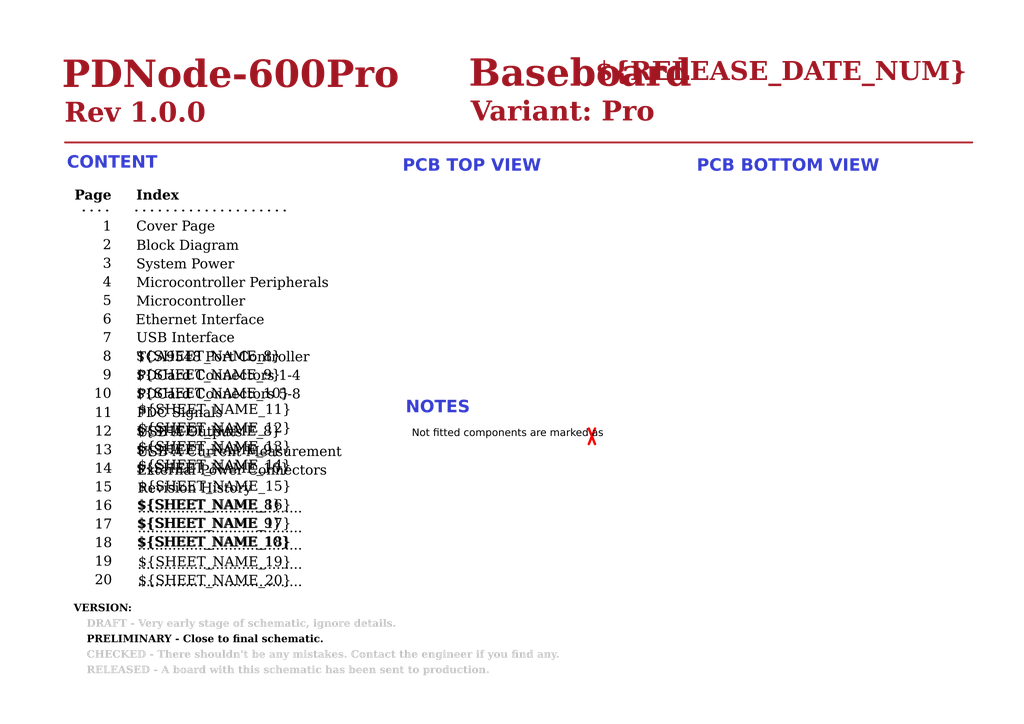
<source format=kicad_sch>
(kicad_sch (version 20250114) (generator "eeschema") (generator_version "9.0")
  (paper "A3")
  (title_block (date "2026-02-05") (rev "1.0.0") (company "DvidMakesThings"))
  (lib_symbols)
  (text "Variant: Pro" (at 193.04 53.086 0) (effects (font (size 8 8) (thickness 1) (bold yes)) (justify left bottom)))
  (text "RELEASED - A board with this schematic has been sent to production." (at 35.56 277.622 0) (effects (font (size 3 3) (thickness 0.6) (bold yes)) (justify left bottom)))
  (text "${SHEET_NAME_8}" (at 56.134 210.82 0) (effects (font (size 4 4)) (justify left bottom)))
  (text "20" (at 45.974 241.554 0) (effects (font (size 4 4)) (justify right bottom)))
  (text "13" (at 45.974 188.214 0) (effects (font (size 4 4)) (justify right bottom)))
  (text "PRELIMINARY - Close to final schematic." (at 35.56 264.922 0) (effects (font (size 3 3) (thickness 0.6) (bold yes)) (justify left bottom)))
  (text "CONTENT" (at 27.432 71.12 0) (effects (font (size 5 5) (bold yes)) (justify left bottom)))
  (text "7" (at 45.72 142.24 0) (effects (font (size 4 4)) (justify right bottom)))
  (text "${SHEET_NAME_10}" (at 55.88 195.834 0) (effects (font (size 4 4)) (justify left bottom)))
  (text "11" (at 45.974 172.974 0) (effects (font (size 4 4)) (justify right bottom)))
  (text "DRAFT - Very early stage of schematic, ignore details." (at 35.56 258.572 0) (effects (font (size 3 3) (thickness 0.6) (bold yes)) (justify left bottom)))
  (text "${SHEET_NAME_12}" (at 56.642 179.324 0) (effects (font (size 4 4)) (justify left bottom)))
  (text "${SHEET_NAME_8}" (at 55.88 149.86 0) (effects (font (size 4 4)) (justify left bottom)))
  (text "10" (at 45.72 165.1 0) (effects (font (size 4 4)) (justify right bottom)))
  (text "System Power" (at 55.88 112.014 0) (effects (font (size 4 4)) (justify left bottom)))
  (text "Revision History" (at 56.388 203.962 0) (effects (font (size 4 4)) (justify left bottom)))
  (text "${SHEET_NAME_20}" (at 56.642 241.808 0) (effects (font (size 4 4)) (justify left bottom)))
  (text "Page" (at 45.72 83.82 0) (effects (font (size 4 4) (bold yes)) (justify right bottom)))
  (text "TCA9548 Port Controller" (at 56.134 150.114 0) (effects (font (size 4 4)) (justify left bottom)))
  (text "14" (at 45.974 195.834 0) (effects (font (size 4 4)) (justify right bottom)))
  (text "${RELEASE_DATE_NUM}" (at 396.494 36.322 0) (effects (font (size 7.62 7.62) (thickness 1) (bold yes)) (justify right bottom)))
  (text "1" (at 45.72 96.52 0) (effects (font (size 4 4)) (justify right bottom)))
  (text "Not fitted components are marked as" (at 168.91 180.34 0) (effects (font (size 3 3)) (justify left bottom)))
  (text "${SHEET_NAME_11}" (at 56.642 171.704 0) (effects (font (size 4 4)) (justify left bottom)))
  (text "Cover Page" (at 55.88 96.52 0) (effects (font (size 4 4)) (justify left bottom)))
  (text "USB-A Outputs" (at 56.134 180.848 0) (effects (font (size 4 4)) (justify left bottom)))
  (text "......................................" (at 56.388 242.316 0) (effects (font (size 4 4)) (justify left bottom)))
  (text "${SHEET_NAME_9}" (at 56.134 218.44 0) (effects (font (size 4 4)) (justify left bottom)))
  (text "Rev ${REVISION}" (at 26.416 53.594 0) (effects (font (size 8 8) (thickness 1) (bold yes)) (justify left bottom)))
  (text "${SHEET_NAME_15}" (at 56.642 203.2 0) (effects (font (size 4 4)) (justify left bottom)))
  (text "CHECKED - There shouldn't be any mistakes. Contact the engineer if you find any." (at 35.56 271.272 0) (effects (font (size 3 3) (thickness 0.6) (bold yes)) (justify left bottom)))
  (text "PCB BOTTOM VIEW" (at 285.75 72.39 0) (effects (font (size 5 5) (bold yes)) (justify left bottom)))
  (text "${SHEET_NAME_14}" (at 56.642 194.564 0) (effects (font (size 4 4)) (justify left bottom)))
  (text "12" (at 45.974 180.594 0) (effects (font (size 4 4)) (justify right bottom)))
  (text "2" (at 45.72 104.14 0) (effects (font (size 4 4)) (justify right bottom)))
  (text "3" (at 45.72 111.76 0) (effects (font (size 4 4)) (justify right bottom)))
  (text "${SHEET_NAME_17}" (at 56.642 218.44 0) (effects (font (size 4 4)) (justify left bottom)))
  (text "VERSION:" (at 30.226 252.222 0) (effects (font (size 3 3) (thickness 0.6) (bold yes)) (justify left bottom)))
  (text "${SHEET_NAME_18}" (at 56.642 226.06 0) (effects (font (size 4 4)) (justify left bottom)))
  (text "PDC Signals" (at 56.134 172.974 0) (effects (font (size 4 4)) (justify left bottom)))
  (text "PDCard Connectors 5-8" (at 56.134 165.354 0) (effects (font (size 4 4)) (justify left bottom)))
  (text "USB Interface" (at 55.88 142.24 0) (effects (font (size 4 4)) (justify left bottom)))
  (text "5" (at 45.72 127 0) (effects (font (size 4 4)) (justify right bottom)))
  (text "PDNode-600Pro" (at 25.4 40.64 0) (effects (font (size 11 11) (thickness 1) (bold yes)) (justify left bottom)))
  (text "NOTES" (at 166.37 171.45 0) (effects (font (size 5 5) (bold yes)) (justify left bottom)))
  (text "18" (at 45.974 226.314 0) (effects (font (size 4 4)) (justify right bottom)))
  (text "${SHEET_NAME_10}" (at 56.134 226.06 0) (effects (font (size 4 4)) (justify left bottom)))
  (text "17" (at 45.974 218.694 0) (effects (font (size 4 4)) (justify right bottom)))
  (text "......................................" (at 56.388 220.218 0) (effects (font (size 4 4)) (justify left bottom)))
  (text "Block Diagram" (at 55.88 104.394 0) (effects (font (size 4 4)) (justify left bottom)))
  (text "${SHEET_NAME_9}" (at 55.88 157.48 0) (effects (font (size 4 4)) (justify left bottom)))
  (text "8" (at 45.72 149.86 0) (effects (font (size 4 4)) (justify right bottom)))
  (text "16" (at 45.974 211.074 0) (effects (font (size 4 4)) (justify right bottom)))
  (text "${SHEET_NAME_16}" (at 56.642 210.82 0) (effects (font (size 4 4)) (justify left bottom)))
  (text "Microcontroller Peripherals" (at 55.88 119.634 0) (effects (font (size 4 4)) (justify left bottom)))
  (text "${SHEET_NAME_19}" (at 56.642 234.188 0) (effects (font (size 4 4)) (justify left bottom)))
  (text "Baseboard" (at 192.278 40.132 0) (effects (font (size 11 11) (thickness 1) (bold yes)) (justify left bottom)))
  (text "PCB TOP VIEW" (at 165.1 72.39 0) (effects (font (size 5 5) (bold yes)) (justify left bottom)))
  (text "Ethernet Interface" (at 55.626 134.874 0) (effects (font (size 4 4)) (justify left bottom)))
  (text "${SHEET_NAME_10}" (at 55.88 165.1 0) (effects (font (size 4 4)) (justify left bottom)))
  (text "External Power Connectors" (at 56.134 196.596 0) (effects (font (size 4 4)) (justify left bottom)))
  (text "Index" (at 55.88 83.82 0) (effects (font (size 4 4) (bold yes)) (justify left bottom)))
  (text "${SHEET_NAME_8}" (at 55.88 180.594 0) (effects (font (size 4 4)) (justify left bottom)))
  (text "......................................" (at 56.388 212.09 0) (effects (font (size 4 4)) (justify left bottom)))
  (text "19" (at 45.974 233.934 0) (effects (font (size 4 4)) (justify right bottom)))
  (text "${SHEET_NAME_13}" (at 56.642 186.944 0) (effects (font (size 4 4)) (justify left bottom)))
  (text "6" (at 45.72 134.62 0) (effects (font (size 4 4)) (justify right bottom)))
  (text "15" (at 45.974 203.454 0) (effects (font (size 4 4)) (justify right bottom)))
  (text "PDCard Connectors 1-4" (at 56.134 157.734 0) (effects (font (size 4 4)) (justify left bottom)))
  (text "${SHEET_NAME_9}" (at 55.88 188.214 0) (effects (font (size 4 4)) (justify left bottom)))
  (text "USB-A Current Measurement" (at 56.134 188.976 0) (effects (font (size 4 4)) (justify left bottom)))
  (text "Microcontroller" (at 55.88 127.254 0) (effects (font (size 4 4)) (justify left bottom)))
  (text "9" (at 45.72 157.48 0) (effects (font (size 4 4)) (justify right bottom)))
  (text "......................................" (at 56.388 227.33 0) (effects (font (size 4 4)) (justify left bottom)))
  (text "4" (at 45.72 119.38 0) (effects (font (size 4 4)) (justify right bottom)))
  (text "......................................" (at 56.388 235.204 0) (effects (font (size 4 4)) (justify left bottom)))
  (polyline (pts (xy 55.88 86.36) (xy 116.84 86.36)) (stroke (width 0.762) (type dot) (color 0 0 0 1)))
  (polyline (pts (xy 241.4932 175.7723) (xy 244.0332 182.1223)) (stroke (width 1) (color 255 0 0 1)))
  (polyline (pts (xy 34.29 86.36) (xy 45.72 86.36)) (stroke (width 0.762) (type dot) (color 0 0 0 1)))
  (polyline (pts (xy 26.67 58.42) (xy 398.78 58.42)) (stroke (width 0.75) (color 162 22 34 1)))
  (polyline (pts (xy 244.0332 175.7723) (xy 241.4932 182.1223)) (stroke (width 1) (color 255 0 0 1)))
  (sheet (at 340.36 302.26) (size 35.56 5.08)
    (property "Sheetname" "Revision History" (at 340.36 300.99 0) (effects (font (size 1.905 1.905) (bold yes)) (justify left bottom)))
    (property "Sheetfile" "Revision History.kicad_sch" (at 340.995 303.53 0) (effects (justify left top)))
  )
  (sheet (at 300.99 302.26) (size 35.56 5.08) (stroke (width 0.1524))
    (property "Sheetname" "Block Diagram" (at 300.99 301.2309 0) (effects (font (size 1.905 1.905) (bold yes)) (justify left bottom)))
    (property "Sheetfile" "Project Architecture.kicad_sch" (at 302.26 303.53 0) (effects (justify left top)))
  )
)
</source>
